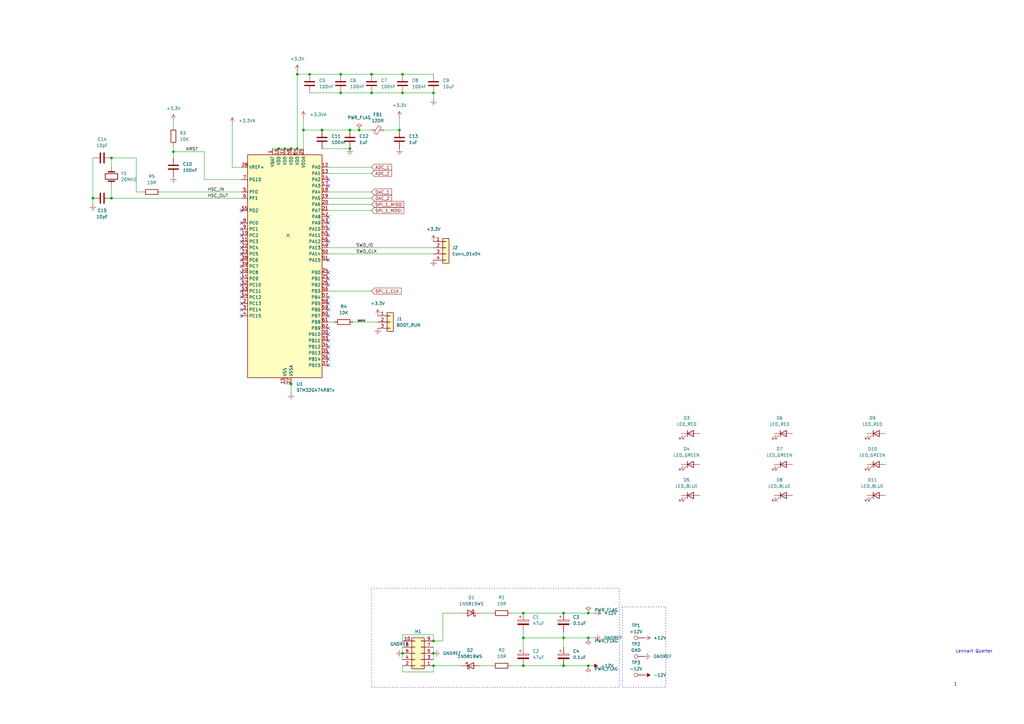
<source format=kicad_sch>
(kicad_sch (version 20231120) (generator "eeschema") (generator_version "8.0")
  (paper "A3")
  (lib_symbols
    (symbol "Connector:TestPoint" (pin_numbers hide) (pin_names (offset 0.762) hide)
      (property "Reference" "TP" (at 0 6.858 0))
      (property "Value" "TestPoint" (at 0 5.08 0))
      (symbol "TestPoint_0_1"
        (circle (center 0 3.302) (radius 0.762))
      )
      (symbol "TestPoint_1_1"
        (pin passive line (at 0 0 90) (length 2.54) (name "1") (number "1"))
      )
    )
    (symbol "Connector_Generic:Conn_01x03" (pin_names (offset 1.016) hide)
      (property "Reference" "J" (at 0 5.08 0))
      (property "Value" "Conn_01x03" (at 0 -5.08 0))
      (symbol "Conn_01x03_1_1"
        (rectangle (start -1.27 -2.413) (end 0 -2.667) (stroke (width 0.1524)))
        (rectangle (start -1.27 0.127) (end 0 -0.127) (stroke (width 0.1524)))
        (rectangle (start -1.27 2.667) (end 0 2.413) (stroke (width 0.1524)))
        (rectangle (start -1.27 3.81) (end 1.27 -3.81) (stroke (width 0.254)) (fill (type background)))
        (pin passive line (at -5.08 2.54 0) (length 3.81) (name "Pin_1") (number "1"))
        (pin passive line (at -5.08 0 0) (length 3.81) (name "Pin_2") (number "2"))
        (pin passive line (at -5.08 -2.54 0) (length 3.81) (name "Pin_3") (number "3"))
      )
    )
    (symbol "Connector_Generic:Conn_01x04" (pin_names (offset 1.016) hide)
      (property "Reference" "J" (at 0 5.08 0))
      (property "Value" "Conn_01x04" (at 0 -7.62 0))
      (symbol "Conn_01x04_1_1"
        (rectangle (start -1.27 -4.953) (end 0 -5.207) (stroke (width 0.1524)))
        (rectangle (start -1.27 -2.413) (end 0 -2.667) (stroke (width 0.1524)))
        (rectangle (start -1.27 0.127) (end 0 -0.127) (stroke (width 0.1524)))
        (rectangle (start -1.27 2.667) (end 0 2.413) (stroke (width 0.1524)))
        (rectangle (start -1.27 3.81) (end 1.27 -6.35) (stroke (width 0.254)) (fill (type background)))
        (pin passive line (at -5.08 2.54 0) (length 3.81) (name "Pin_1") (number "1"))
        (pin passive line (at -5.08 0 0) (length 3.81) (name "Pin_2") (number "2"))
        (pin passive line (at -5.08 -2.54 0) (length 3.81) (name "Pin_3") (number "3"))
        (pin passive line (at -5.08 -5.08 0) (length 3.81) (name "Pin_4") (number "4"))
      )
    )
    (symbol "Device:C" (pin_numbers hide) (pin_names (offset 0.254))
      (property "Reference" "C" (at 0.635 2.54 0))
      (property "Value" "C" (at 0.635 -2.54 0))
      (symbol "C_0_1"
        (polyline (pts (xy -2.032 -0.762) (xy 2.032 -0.762)) (stroke (width 0.508)))
        (polyline (pts (xy -2.032 0.762) (xy 2.032 0.762)) (stroke (width 0.508)))
      )
      (symbol "C_1_1"
        (pin passive line (at 0 3.81 270) (length 2.794) (name "~") (number "1"))
        (pin passive line (at 0 -3.81 90) (length 2.794) (name "~") (number "2"))
      )
    )
    (symbol "Device:C_Polarized" (pin_numbers hide) (pin_names (offset 0.254))
      (property "Reference" "C" (at 0.635 2.54 0))
      (property "Value" "C_Polarized" (at 0.635 -2.54 0))
      (symbol "C_Polarized_0_1"
        (rectangle (start -2.286 0.508) (end 2.286 1.016))
        (polyline (pts (xy -1.778 2.286) (xy -0.762 2.286)))
        (polyline (pts (xy -1.27 2.794) (xy -1.27 1.778)))
        (rectangle (start 2.286 -0.508) (end -2.286 -1.016) (fill (type outline)))
      )
      (symbol "C_Polarized_1_1"
        (pin passive line (at 0 3.81 270) (length 2.794) (name "~") (number "1"))
        (pin passive line (at 0 -3.81 90) (length 2.794) (name "~") (number "2"))
      )
    )
    (symbol "Device:Crystal" (pin_numbers hide) (pin_names (offset 1.016) hide)
      (property "Reference" "Y" (at 0 3.81 0))
      (property "Value" "Crystal" (at 0 -3.81 0))
      (symbol "Crystal_0_1"
        (rectangle (start -1.143 2.54) (end 1.143 -2.54) (stroke (width 0.3048)))
        (polyline (pts (xy -2.54 0) (xy -1.905 0)))
        (polyline (pts (xy -1.905 -1.27) (xy -1.905 1.27)) (stroke (width 0.508)))
        (polyline (pts (xy 1.905 -1.27) (xy 1.905 1.27)) (stroke (width 0.508)))
        (polyline (pts (xy 2.54 0) (xy 1.905 0)))
      )
      (symbol "Crystal_1_1"
        (pin passive line (at -3.81 0 0) (length 1.27) (name "1") (number "1"))
        (pin passive line (at 3.81 0 180) (length 1.27) (name "2") (number "2"))
      )
    )
    (symbol "Device:FerriteBead_Small" (pin_numbers hide) (pin_names (offset 0))
      (property "Reference" "FB" (at 1.905 1.27 0))
      (property "Value" "FerriteBead_Small" (at 1.905 -1.27 0))
      (symbol "FerriteBead_Small_0_1"
        (polyline (pts (xy 0 -1.27) (xy 0 -0.7874)))
        (polyline (pts (xy 0 0.889) (xy 0 1.2954)))
        (polyline (pts (xy -1.8288 0.2794) (xy -1.1176 1.4986) (xy 1.8288 -0.2032) (xy 1.1176 -1.4224) (xy -1.8288 0.2794)))
      )
      (symbol "FerriteBead_Small_1_1"
        (pin passive line (at 0 2.54 270) (length 1.27) (name "~") (number "1"))
        (pin passive line (at 0 -2.54 90) (length 1.27) (name "~") (number "2"))
      )
    )
    (symbol "Device:LED" (pin_numbers hide) (pin_names (offset 1.016) hide)
      (property "Reference" "D" (at 0 2.54 0))
      (property "Value" "LED" (at 0 -2.54 0))
      (symbol "LED_0_1"
        (polyline (pts (xy -1.27 -1.27) (xy -1.27 1.27)) (stroke (width 0.254)))
        (polyline (pts (xy -1.27 0) (xy 1.27 0)))
        (polyline (pts (xy 1.27 -1.27) (xy 1.27 1.27) (xy -1.27 0) (xy 1.27 -1.27)) (stroke (width 0.254)))
        (polyline (pts (xy -3.048 -0.762) (xy -4.572 -2.286) (xy -3.81 -2.286) (xy -4.572 -2.286) (xy -4.572 -1.524)))
        (polyline (pts (xy -1.778 -0.762) (xy -3.302 -2.286) (xy -2.54 -2.286) (xy -3.302 -2.286) (xy -3.302 -1.524)))
      )
      (symbol "LED_1_1"
        (pin passive line (at -3.81 0 0) (length 2.54) (name "K") (number "1"))
        (pin passive line (at 3.81 0 180) (length 2.54) (name "A") (number "2"))
      )
    )
    (symbol "Device:R" (pin_numbers hide) (pin_names (offset 0))
      (property "Reference" "R" (at 2.032 0 90))
      (property "Value" "R" (at 0 0 90))
      (symbol "R_0_1"
        (rectangle (start -1.016 -2.54) (end 1.016 2.54) (stroke (width 0.254)))
      )
      (symbol "R_1_1"
        (pin passive line (at 0 3.81 270) (length 1.27) (name "~") (number "1"))
        (pin passive line (at 0 -3.81 90) (length 1.27) (name "~") (number "2"))
      )
    )
    (symbol "Diode:1N5819WS" (pin_numbers hide) (pin_names (offset 1.016) hide)
      (property "Reference" "D" (at 0 2.54 0))
      (property "Value" "1N5819WS" (at 0 -2.54 0))
      (symbol "1N5819WS_0_1"
        (polyline (pts (xy 1.27 0) (xy -1.27 0)))
        (polyline (pts (xy 1.27 1.27) (xy 1.27 -1.27) (xy -1.27 0) (xy 1.27 1.27)) (stroke (width 0.254)))
        (polyline (pts (xy -1.905 0.635) (xy -1.905 1.27) (xy -1.27 1.27) (xy -1.27 -1.27) (xy -0.635 -1.27) (xy -0.635 -0.635)) (stroke (width 0.254)))
      )
      (symbol "1N5819WS_1_1"
        (pin passive line (at -3.81 0 0) (length 2.54) (name "K") (number "1"))
        (pin passive line (at 3.81 0 180) (length 2.54) (name "A") (number "2"))
      )
    )
    (symbol "MCU_ST_STM32G4:STM32G474RBTx"
      (property "Reference" "U" (at -15.24 46.99 0))
      (property "Value" "STM32G474RBTx" (at 10.16 46.99 0))
      (symbol "STM32G474RBTx_0_1"
        (rectangle (start -15.24 -45.72) (end 15.24 45.72) (stroke (width 0.254)) (fill (type background)))
      )
      (symbol "STM32G474RBTx_1_1"
        (pin power_in line (at -5.08 48.26 270) (length 2.54) (name "VBAT") (number "1"))
        (pin bidirectional line (at -17.78 12.7 0) (length 2.54) (name "PC2") (number "10"))
        (pin bidirectional line (at -17.78 10.16 0) (length 2.54) (name "PC3") (number "11"))
        (pin bidirectional line (at 17.78 40.64 180) (length 2.54) (name "PA0") (number "12"))
        (pin bidirectional line (at 17.78 38.1 180) (length 2.54) (name "PA1") (number "13"))
        (pin bidirectional line (at 17.78 35.56 180) (length 2.54) (name "PA2") (number "14"))
        (pin power_in line (at 0 -48.26 90) (length 2.54) (name "VSS") (number "15"))
        (pin power_in line (at -2.54 48.26 270) (length 2.54) (name "VDD") (number "16"))
        (pin bidirectional line (at 17.78 33.02 180) (length 2.54) (name "PA3") (number "17"))
        (pin bidirectional line (at 17.78 30.48 180) (length 2.54) (name "PA4") (number "18"))
        (pin bidirectional line (at 17.78 27.94 180) (length 2.54) (name "PA5") (number "19"))
        (pin bidirectional line (at -17.78 -15.24 0) (length 2.54) (name "PC13") (number "2"))
        (pin bidirectional line (at 17.78 25.4 180) (length 2.54) (name "PA6") (number "20"))
        (pin bidirectional line (at 17.78 22.86 180) (length 2.54) (name "PA7") (number "21"))
        (pin bidirectional line (at -17.78 7.62 0) (length 2.54) (name "PC4") (number "22"))
        (pin bidirectional line (at -17.78 5.08 0) (length 2.54) (name "PC5") (number "23"))
        (pin bidirectional line (at 17.78 -2.54 180) (length 2.54) (name "PB0") (number "24"))
        (pin bidirectional line (at 17.78 -5.08 180) (length 2.54) (name "PB1") (number "25"))
        (pin bidirectional line (at 17.78 -7.62 180) (length 2.54) (name "PB2") (number "26"))
        (pin power_in line (at 2.54 -48.26 90) (length 2.54) (name "VSSA") (number "27"))
        (pin input line (at -17.78 40.64 0) (length 2.54) (name "VREF+") (number "28"))
        (pin power_in line (at 7.62 48.26 270) (length 2.54) (name "VDDA") (number "29"))
        (pin bidirectional line (at -17.78 -17.78 0) (length 2.54) (name "PC14") (number "3"))
        (pin bidirectional line (at 17.78 -27.94 180) (length 2.54) (name "PB10") (number "30"))
        (pin passive line (at 0 -48.26 90) (length 2.54) hide (name "VSS") (number "31"))
        (pin power_in line (at 0 48.26 270) (length 2.54) (name "VDD") (number "32"))
        (pin bidirectional line (at 17.78 -30.48 180) (length 2.54) (name "PB11") (number "33"))
        (pin bidirectional line (at 17.78 -33.02 180) (length 2.54) (name "PB12") (number "34"))
        (pin bidirectional line (at 17.78 -35.56 180) (length 2.54) (name "PB13") (number "35"))
        (pin bidirectional line (at 17.78 -38.1 180) (length 2.54) (name "PB14") (number "36"))
        (pin bidirectional line (at 17.78 -40.64 180) (length 2.54) (name "PB15") (number "37"))
        (pin bidirectional line (at -17.78 2.54 0) (length 2.54) (name "PC6") (number "38"))
        (pin bidirectional line (at -17.78 0 0) (length 2.54) (name "PC7") (number "39"))
        (pin bidirectional line (at -17.78 -20.32 0) (length 2.54) (name "PC15") (number "4"))
        (pin bidirectional line (at -17.78 -2.54 0) (length 2.54) (name "PC8") (number "40"))
        (pin bidirectional line (at -17.78 -5.08 0) (length 2.54) (name "PC9") (number "41"))
        (pin bidirectional line (at 17.78 20.32 180) (length 2.54) (name "PA8") (number "42"))
        (pin bidirectional line (at 17.78 17.78 180) (length 2.54) (name "PA9") (number "43"))
        (pin bidirectional line (at 17.78 15.24 180) (length 2.54) (name "PA10") (number "44"))
        (pin bidirectional line (at 17.78 12.7 180) (length 2.54) (name "PA11") (number "45"))
        (pin bidirectional line (at 17.78 10.16 180) (length 2.54) (name "PA12") (number "46"))
        (pin passive line (at 0 -48.26 90) (length 2.54) hide (name "VSS") (number "47"))
        (pin power_in line (at 2.54 48.26 270) (length 2.54) (name "VDD") (number "48"))
        (pin bidirectional line (at 17.78 7.62 180) (length 2.54) (name "PA13") (number "49"))
        (pin bidirectional line (at -17.78 30.48 0) (length 2.54) (name "PF0") (number "5"))
        (pin bidirectional line (at 17.78 5.08 180) (length 2.54) (name "PA14") (number "50"))
        (pin bidirectional line (at 17.78 2.54 180) (length 2.54) (name "PA15") (number "51"))
        (pin bidirectional line (at -17.78 -7.62 0) (length 2.54) (name "PC10") (number "52"))
        (pin bidirectional line (at -17.78 -10.16 0) (length 2.54) (name "PC11") (number "53"))
        (pin bidirectional line (at -17.78 -12.7 0) (length 2.54) (name "PC12") (number "54"))
        (pin bidirectional line (at -17.78 22.86 0) (length 2.54) (name "PD2") (number "55"))
        (pin bidirectional line (at 17.78 -10.16 180) (length 2.54) (name "PB3") (number "56"))
        (pin bidirectional line (at 17.78 -12.7 180) (length 2.54) (name "PB4") (number "57"))
        (pin bidirectional line (at 17.78 -15.24 180) (length 2.54) (name "PB5") (number "58"))
        (pin bidirectional line (at 17.78 -17.78 180) (length 2.54) (name "PB6") (number "59"))
        (pin bidirectional line (at -17.78 27.94 0) (length 2.54) (name "PF1") (number "6"))
        (pin bidirectional line (at 17.78 -20.32 180) (length 2.54) (name "PB7") (number "60"))
        (pin bidirectional line (at 17.78 -22.86 180) (length 2.54) (name "PB8") (number "61"))
        (pin bidirectional line (at 17.78 -25.4 180) (length 2.54) (name "PB9") (number "62"))
        (pin passive line (at 0 -48.26 90) (length 2.54) hide (name "VSS") (number "63"))
        (pin power_in line (at 5.08 48.26 270) (length 2.54) (name "VDD") (number "64"))
        (pin bidirectional line (at -17.78 35.56 0) (length 2.54) (name "PG10") (number "7"))
        (pin bidirectional line (at -17.78 17.78 0) (length 2.54) (name "PC0") (number "8"))
        (pin bidirectional line (at -17.78 15.24 0) (length 2.54) (name "PC1") (number "9"))
      )
    )
    (symbol "power:+12V" (power) (pin_numbers hide) (pin_names (offset 0) hide)
      (property "Value" "+12V" (at 0 3.556 0))
      (symbol "+12V_0_1"
        (polyline (pts (xy -0.762 1.27) (xy 0 2.54)))
        (polyline (pts (xy 0 0) (xy 0 2.54)))
        (polyline (pts (xy 0 2.54) (xy 0.762 1.27)))
      )
      (symbol "+12V_1_1"
        (pin power_in line (at 0 0 90) (length 0) (name "~") (number "1"))
      )
    )
    (symbol "power:+3.3V" (power) (pin_numbers hide) (pin_names (offset 0) hide)
      (property "Value" "+3.3V" (at 0 3.556 0))
      (symbol "+3.3V_0_1"
        (polyline (pts (xy -0.762 1.27) (xy 0 2.54)))
        (polyline (pts (xy 0 0) (xy 0 2.54)))
        (polyline (pts (xy 0 2.54) (xy 0.762 1.27)))
      )
      (symbol "+3.3V_1_1"
        (pin power_in line (at 0 0 90) (length 0) (name "~") (number "1"))
      )
    )
    (symbol "power:-12V" (power) (pin_numbers hide) (pin_names (offset 0) hide)
      (property "Value" "-12V" (at 0 3.556 0))
      (symbol "-12V_0_0"
        (pin power_in line (at 0 0 90) (length 0) (name "~") (number "1"))
      )
      (symbol "-12V_0_1"
        (polyline (pts (xy 0 0) (xy 0 1.27) (xy 0.762 1.27) (xy 0 2.54) (xy -0.762 1.27) (xy 0 1.27)) (fill (type outline)))
      )
    )
    (symbol "power:GNDREF" (power) (pin_numbers hide) (pin_names (offset 0) hide)
      (property "Value" "GNDREF" (at 0 -3.81 0))
      (symbol "GNDREF_0_1"
        (polyline (pts (xy -0.635 -1.905) (xy 0.635 -1.905)))
        (polyline (pts (xy -0.127 -2.54) (xy 0.127 -2.54)))
        (polyline (pts (xy 0 -1.27) (xy 0 0)))
        (polyline (pts (xy 1.27 -1.27) (xy -1.27 -1.27)))
      )
      (symbol "GNDREF_1_1"
        (pin power_in line (at 0 0 270) (length 0) (name "~") (number "1"))
      )
    )
    (symbol "power:PWR_FLAG" (power) (pin_numbers hide) (pin_names (offset 0) hide)
      (property "Value" "PWR_FLAG" (at 0 3.81 0))
      (symbol "PWR_FLAG_0_0"
        (pin power_out line (at 0 0 90) (length 0) (name "~") (number "1"))
      )
      (symbol "PWR_FLAG_0_1"
        (polyline (pts (xy 0 0) (xy 0 1.27) (xy -1.016 1.905) (xy 0 2.54) (xy 1.016 1.905) (xy 0 1.27)))
      )
    )
    (symbol "synth:Conn_02x05_EuroRack_Power" (pin_names (offset 1.016) hide)
      (property "Reference" "H13" (at 0 -11.43 0))
      (property "Value" "Conn_02x05_PWR_Eurorack" (at 0 -8.89 0))
      (symbol "Conn_02x05_EuroRack_Power_1_1"
        (rectangle (start -2.54 -4.953) (end -1.27 -5.207) (stroke (width 0.1524)))
        (rectangle (start -2.54 -2.413) (end -1.27 -2.667) (stroke (width 0.1524)))
        (rectangle (start -2.54 0.127) (end -1.27 -0.127) (stroke (width 0.1524)))
        (rectangle (start -2.54 2.667) (end -1.27 2.413) (stroke (width 0.1524)))
        (rectangle (start -2.54 5.207) (end -1.27 4.953) (stroke (width 0.1524)))
        (rectangle (start -2.54 6.35) (end 2.54 -6.35) (stroke (width 0.254)) (fill (type background)))
        (rectangle (start 2.54 -4.953) (end 1.27 -5.207) (stroke (width 0.1524)))
        (rectangle (start 2.54 -2.413) (end 1.27 -2.667) (stroke (width 0.1524)))
        (rectangle (start 2.54 0.127) (end 1.27 -0.127) (stroke (width 0.1524)))
        (rectangle (start 2.54 2.667) (end 1.27 2.413) (stroke (width 0.1524)))
        (rectangle (start 2.54 5.207) (end 1.27 4.953) (stroke (width 0.1524)))
        (pin passive line (at -6.35 5.08 0) (length 3.81) (name "Pin_1") (number "1"))
        (pin passive line (at 6.35 -5.08 180) (length 3.81) (name "Pin_10") (number "10"))
        (pin passive line (at 6.35 5.08 180) (length 3.81) (name "Pin_2") (number "2"))
        (pin passive line (at -6.35 2.54 0) (length 3.81) (name "Pin_3") (number "3"))
        (pin passive line (at 6.35 2.54 180) (length 3.81) (name "Pin_4") (number "4"))
        (pin passive line (at -6.35 0 0) (length 3.81) (name "Pin_5") (number "5"))
        (pin passive line (at 6.35 0 180) (length 3.81) (name "Pin_6") (number "6"))
        (pin passive line (at -6.35 -2.54 0) (length 3.81) (name "Pin_7") (number "7"))
        (pin passive line (at 6.35 -2.54 180) (length 3.81) (name "Pin_8") (number "8"))
        (pin passive line (at -6.35 -5.08 0) (length 3.81) (name "Pin_9") (number "9"))
      )
    )
  )
  (junction (at 119.38 157.48))
  (junction (at 124.46 53.34))
  (junction (at 121.92 30.48))
  (junction (at 127 30.48))
  (junction (at 214.63 261.62))
  (junction (at 241.3 273.05))
  (junction (at 231.14 261.62))
  (junction (at 165.1 267.97))
  (junction (at 241.3 251.46))
  (junction (at 231.14 251.46))
  (junction (at 45.72 64.77))
  (junction (at 163.83 53.34))
  (junction (at 147.32 53.34))
  (junction (at 165.1 30.48))
  (junction (at 177.8 262.89))
  (junction (at 38.1 81.28))
  (junction (at 152.4 38.1))
  (junction (at 165.1 38.1))
  (junction (at 132.08 53.34))
  (junction (at 119.38 60.96))
  (junction (at 214.63 251.46))
  (junction (at 177.8 267.97))
  (junction (at 139.7 38.1))
  (junction (at 121.92 60.96))
  (junction (at 143.51 53.34))
  (junction (at 114.3 60.96))
  (junction (at 152.4 30.48))
  (junction (at 177.8 273.05))
  (junction (at 214.63 273.05))
  (junction (at 177.8 38.1))
  (junction (at 116.84 60.96))
  (junction (at 241.3 261.62))
  (junction (at 143.51 60.96))
  (junction (at 45.72 81.28))
  (junction (at 231.14 273.05))
  (junction (at 139.7 30.48))
  (junction (at 71.12 62.23))
  (no_connect (at 134.62 121.92))
  (no_connect (at 134.62 96.52))
  (no_connect (at 134.62 99.06))
  (no_connect (at 134.62 127))
  (no_connect (at 134.62 116.84))
  (no_connect (at 99.06 106.68))
  (no_connect (at 99.06 111.76))
  (no_connect (at 134.62 124.46))
  (no_connect (at 99.06 93.98))
  (no_connect (at 134.62 144.78))
  (no_connect (at 134.62 147.32))
  (no_connect (at 134.62 129.54))
  (no_connect (at 134.62 114.3))
  (no_connect (at 134.62 76.2))
  (no_connect (at 99.06 101.6))
  (no_connect (at 134.62 142.24))
  (no_connect (at 134.62 111.76))
  (no_connect (at 99.06 96.52))
  (no_connect (at 99.06 127))
  (no_connect (at 118.11 96.52))
  (no_connect (at 99.06 91.44))
  (no_connect (at 99.06 99.06))
  (no_connect (at 134.62 91.44))
  (no_connect (at 134.62 106.68))
  (no_connect (at 99.06 114.3))
  (no_connect (at 134.62 149.86))
  (no_connect (at 99.06 121.92))
  (no_connect (at 99.06 116.84))
  (no_connect (at 99.06 119.38))
  (no_connect (at 99.06 104.14))
  (no_connect (at 134.62 73.66))
  (no_connect (at 134.62 88.9))
  (no_connect (at 99.06 129.54))
  (no_connect (at 134.62 93.98))
  (no_connect (at 99.06 86.36))
  (no_connect (at 99.06 124.46))
  (no_connect (at 134.62 137.16))
  (no_connect (at 134.62 134.62))
  (no_connect (at 99.06 109.22))
  (no_connect (at 134.62 139.7))
  (wire (pts (xy 38.1 81.28) (xy 38.1 83.82)))
  (wire (pts (xy 116.84 157.48) (xy 119.38 157.48)))
  (wire (pts (xy 177.8 275.59) (xy 177.8 273.05)))
  (wire (pts (xy 132.08 60.96) (xy 143.51 60.96)))
  (wire (pts (xy 71.12 62.23) (xy 71.12 64.77)))
  (wire (pts (xy 163.83 48.26) (xy 163.83 53.34)))
  (wire (pts (xy 152.4 119.38) (xy 134.62 119.38)))
  (wire (pts (xy 124.46 53.34) (xy 132.08 53.34)))
  (wire (pts (xy 119.38 161.29) (xy 119.38 157.48)))
  (wire (pts (xy 181.61 251.46) (xy 189.23 251.46)))
  (wire (pts (xy 165.1 38.1) (xy 177.8 38.1)))
  (wire (pts (xy 95.25 50.8) (xy 95.25 68.58)))
  (wire (pts (xy 157.48 53.34) (xy 163.83 53.34)))
  (wire (pts (xy 124.46 53.34) (xy 124.46 60.96)))
  (wire (pts (xy 55.88 64.77) (xy 55.88 78.74)))
  (wire (pts (xy 45.72 64.77) (xy 55.88 64.77)))
  (wire (pts (xy 95.25 68.58) (xy 99.06 68.58)))
  (wire (pts (xy 165.1 30.48) (xy 177.8 30.48)))
  (wire (pts (xy 177.8 260.35) (xy 165.1 260.35)))
  (wire (pts (xy 132.08 53.34) (xy 143.51 53.34)))
  (wire (pts (xy 177.8 262.89) (xy 177.8 260.35)))
  (wire (pts (xy 177.8 265.43) (xy 177.8 267.97)))
  (wire (pts (xy 71.12 59.69) (xy 71.12 62.23)))
  (wire (pts (xy 139.7 38.1) (xy 152.4 38.1)))
  (wire (pts (xy 152.4 30.48) (xy 165.1 30.48)))
  (wire (pts (xy 45.72 81.28) (xy 99.06 81.28)))
  (wire (pts (xy 121.92 29.21) (xy 121.92 30.48)))
  (wire (pts (xy 154.94 132.08) (xy 144.78 132.08)))
  (wire (pts (xy 116.84 60.96) (xy 119.38 60.96)))
  (wire (pts (xy 231.14 273.05) (xy 241.3 273.05)))
  (wire (pts (xy 231.14 261.62) (xy 241.3 261.62)))
  (wire (pts (xy 152.4 38.1) (xy 165.1 38.1)))
  (wire (pts (xy 165.1 273.05) (xy 165.1 275.59)))
  (wire (pts (xy 127 38.1) (xy 139.7 38.1)))
  (wire (pts (xy 196.85 273.05) (xy 201.93 273.05)))
  (wire (pts (xy 177.8 267.97) (xy 177.8 270.51)))
  (wire (pts (xy 143.51 53.34) (xy 147.32 53.34)))
  (wire (pts (xy 214.63 259.08) (xy 214.63 261.62)))
  (wire (pts (xy 241.3 273.05) (xy 242.57 273.05)))
  (wire (pts (xy 134.62 81.28) (xy 152.4 81.28)))
  (wire (pts (xy 127 30.48) (xy 139.7 30.48)))
  (wire (pts (xy 111.76 60.96) (xy 114.3 60.96)))
  (wire (pts (xy 214.63 251.46) (xy 231.14 251.46)))
  (wire (pts (xy 165.1 265.43) (xy 165.1 267.97)))
  (wire (pts (xy 119.38 60.96) (xy 121.92 60.96)))
  (wire (pts (xy 241.3 261.62) (xy 243.84 261.62)))
  (wire (pts (xy 55.88 78.74) (xy 58.42 78.74)))
  (wire (pts (xy 134.62 83.82) (xy 152.4 83.82)))
  (wire (pts (xy 71.12 49.53) (xy 71.12 52.07)))
  (wire (pts (xy 66.04 78.74) (xy 99.06 78.74)))
  (wire (pts (xy 114.3 60.96) (xy 116.84 60.96)))
  (wire (pts (xy 83.82 73.66) (xy 99.06 73.66)))
  (wire (pts (xy 181.61 251.46) (xy 181.61 262.89)))
  (wire (pts (xy 134.62 68.58) (xy 152.4 68.58)))
  (wire (pts (xy 231.14 251.46) (xy 241.3 251.46)))
  (wire (pts (xy 121.92 30.48) (xy 121.92 60.96)))
  (wire (pts (xy 196.85 251.46) (xy 201.93 251.46)))
  (wire (pts (xy 214.63 261.62) (xy 214.63 265.43)))
  (wire (pts (xy 177.8 273.05) (xy 189.23 273.05)))
  (wire (pts (xy 137.16 132.08) (xy 134.62 132.08)))
  (wire (pts (xy 134.62 104.14) (xy 177.8 104.14)))
  (wire (pts (xy 209.55 273.05) (xy 214.63 273.05)))
  (wire (pts (xy 209.55 251.46) (xy 214.63 251.46)))
  (wire (pts (xy 45.72 68.58) (xy 45.72 64.77)))
  (wire (pts (xy 214.63 273.05) (xy 231.14 273.05)))
  (wire (pts (xy 134.62 101.6) (xy 177.8 101.6)))
  (wire (pts (xy 83.82 62.23) (xy 71.12 62.23)))
  (wire (pts (xy 241.3 251.46) (xy 243.84 251.46)))
  (wire (pts (xy 165.1 267.97) (xy 165.1 270.51)))
  (wire (pts (xy 165.1 275.59) (xy 177.8 275.59)))
  (wire (pts (xy 134.62 71.12) (xy 152.4 71.12)))
  (wire (pts (xy 214.63 261.62) (xy 231.14 261.62)))
  (wire (pts (xy 83.82 62.23) (xy 83.82 73.66)))
  (wire (pts (xy 231.14 261.62) (xy 231.14 265.43)))
  (wire (pts (xy 181.61 262.89) (xy 177.8 262.89)))
  (wire (pts (xy 121.92 30.48) (xy 127 30.48)))
  (wire (pts (xy 231.14 259.08) (xy 231.14 261.62)))
  (wire (pts (xy 45.72 76.2) (xy 45.72 81.28)))
  (wire (pts (xy 124.46 53.34) (xy 124.46 48.26)))
  (wire (pts (xy 38.1 64.77) (xy 38.1 81.28)))
  (wire (pts (xy 177.8 40.64) (xy 177.8 38.1)))
  (wire (pts (xy 134.62 86.36) (xy 152.4 86.36)))
  (wire (pts (xy 165.1 260.35) (xy 165.1 262.89)))
  (wire (pts (xy 152.4 78.74) (xy 134.62 78.74)))
  (wire (pts (xy 139.7 30.48) (xy 152.4 30.48)))
  (wire (pts (xy 147.32 53.34) (xy 152.4 53.34)))
  (rectangle (start 255.27 248.92) (end 273.05 281.94) (stroke (width 0.254) (type dot)))
  (rectangle (start 152.4 241.3) (end 254 281.94) (stroke (width 0.25) (type dot)))
  (text "Lennart Querter" (at 399.542 267.208 0) (effects (font (size 1.27 1.27))))
  (text "1" (at 391.922 280.67 0) (effects (font (size 1.27 1.27))))
  (label "HSC_OUT" (at 85.09 81.28 0))
  (label "NRST" (at 76.2 62.23 0))
  (label "BOOT0" (at 149.86 132.08 180) (effects (font (size 0.635 0.635))))
  (label "SWD_IO" (at 146.05 101.6 0))
  (label "SWD_CLK" (at 146.05 104.14 0))
  (label "HSC_IN" (at 85.09 78.74 0))
  (global_label "SPI_1_MOSI" (shape input) (at 152.4 86.36 0) (property "Intersheetrefs" "${INTERSHEET_REFS}" (effects (hide yes))))
  (global_label "SPI_1_CLK" (shape input) (at 152.4 119.38 0) (property "Intersheetrefs" "${INTERSHEET_REFS}" (effects (hide yes))))
  (global_label "ADC_1" (shape input) (at 152.4 68.58 0) (property "Intersheetrefs" "${INTERSHEET_REFS}" (effects (hide yes))))
  (global_label "DAC_1" (shape input) (at 152.4 78.74 0) (property "Intersheetrefs" "${INTERSHEET_REFS}" (effects (hide yes))))
  (global_label "SPI_1_MISO" (shape input) (at 152.4 83.82 0) (property "Intersheetrefs" "${INTERSHEET_REFS}" (effects (hide yes))))
  (global_label "ADC_2" (shape input) (at 152.4 71.12 0) (property "Intersheetrefs" "${INTERSHEET_REFS}" (effects (hide yes))))
  (global_label "DAC_2" (shape input) (at 152.4 81.28 0) (property "Intersheetrefs" "${INTERSHEET_REFS}" (effects (hide yes))))
  (symbol (lib_id "Device:C") (at 139.7 34.29 180) (unit 1)
    (property "Reference" "C6" (at 143.51 33.0199 0) (effects (justify right)))
    (property "Value" "100nF" (at 143.51 35.5599 0) (effects (justify right)))
    (property "Footprint" "Capacitor_SMD:C_0805_2012Metric_Pad1.18x1.45mm_HandSolder" (effects (hide yes)))
    (property "Description" "Unpolarized capacitor" (effects (hide yes)))
  )
  (symbol (lib_id "power:GNDREF") (at 143.51 60.96 0) (unit 1)
    (property "Reference" "#PWR012" (effects (hide yes)))
    (property "Value" "GNDREF" (effects (hide yes)))
    (property "Description" "Power symbol creates a global label with name \"GNDREF\" , reference supply ground" (effects (hide yes)))
  )
  (symbol (lib_id "MCU_ST_STM32G4:STM32G474RBTx") (at 116.84 109.22 0) (unit 1)
    (property "Reference" "U1" (at 121.5741 157.48 0) (effects (justify left)))
    (property "Value" "STM32G474RBTx" (at 121.5741 160.02 0) (effects (justify left)))
    (property "Footprint" "Package_QFP:LQFP-64_10x10mm_P0.5mm" (effects (hide yes)))
    (property "Datasheet" "https://www.st.com/resource/en/datasheet/stm32g474rb.pdf" (effects (hide yes)))
    (property "Description" "STMicroelectronics Arm Cortex-M4 MCU, 128KB flash, 128KB RAM, 170 MHz, 1.71-3.6V, 52 GPIO, LQFP64" (effects (hide yes)))
  )
  (symbol (lib_id "power:-12V") (at 242.57 273.05 270) (unit 1)
    (property "Reference" "#PWR09" (effects (hide yes)))
    (property "Value" "-12V" (at 246.38 273.0499 90) (effects (justify left)))
    (property "Description" "Power symbol creates a global label with name \"-12V\"" (effects (hide yes)))
  )
  (symbol (lib_id "Device:C") (at 127 34.29 180) (unit 1)
    (property "Reference" "C5" (at 130.81 33.0199 0) (effects (justify right)))
    (property "Value" "100nF" (at 130.81 35.5599 0) (effects (justify right)))
    (property "Footprint" "Capacitor_SMD:C_0805_2012Metric_Pad1.18x1.45mm_HandSolder" (effects (hide yes)))
    (property "Description" "Unpolarized capacitor" (effects (hide yes)))
  )
  (symbol (lib_id "Device:Crystal") (at 45.72 72.39 270) (unit 1)
    (property "Reference" "Y1" (at 49.53 71.1199 90) (effects (justify left)))
    (property "Value" "20MHZ" (at 49.53 73.6599 90) (effects (justify left)))
    (property "Footprint" "Crystal:Crystal_SMD_HC49-SD_HandSoldering" (effects (hide yes)))
    (property "Description" "Two pin crystal" (effects (hide yes)))
  )
  (symbol (lib_id "Connector_Generic:Conn_01x04") (at 182.88 101.6 0) (unit 1)
    (property "Reference" "J2" (at 185.42 101.5999 0) (effects (justify left)))
    (property "Value" "Conn_01x04" (at 185.42 104.1399 0) (effects (justify left)))
    (property "Footprint" "Connector_PinHeader_2.54mm:PinHeader_1x04_P2.54mm_Vertical" (effects (hide yes)))
    (property "Description" "Generic connector, single row, 01x04, script generated (kicad-library-utils/schlib/autogen/connector/)" (effects (hide yes)))
  )
  (symbol (lib_id "Device:C") (at 177.8 34.29 180) (unit 1)
    (property "Reference" "C9" (at 181.61 33.0199 0) (effects (justify right)))
    (property "Value" "10uF" (at 181.61 35.5599 0) (effects (justify right)))
    (property "Footprint" "Capacitor_SMD:C_0805_2012Metric_Pad1.18x1.45mm_HandSolder" (effects (hide yes)))
    (property "Description" "Unpolarized capacitor" (effects (hide yes)))
  )
  (symbol (lib_id "Diode:1N5819WS") (at 193.04 273.05 0) (unit 1)
    (property "Reference" "D2" (at 192.7225 266.7 0))
    (property "Value" "1N5819WS" (at 192.7225 269.24 0))
    (property "Footprint" "Diode_SMD:D_SOD-323" (effects (hide yes)))
    (property "Datasheet" "https://datasheet.lcsc.com/lcsc/2204281430_Guangdong-Hottech-1N5819WS_C191023.pdf" (effects (hide yes)))
    (property "Description" "40V 600mV@1A 1A SOD-323 Schottky Barrier Diodes, SOD-323" (effects (hide yes)))
  )
  (symbol (lib_id "power:+3.3V") (at 177.8 99.06 0) (unit 1)
    (property "Reference" "#PWR017" (effects (hide yes)))
    (property "Value" "+3.3V" (at 177.8 93.98 0))
    (property "Description" "Power symbol creates a global label with name \"+3.3V\"" (effects (hide yes)))
  )
  (symbol (lib_id "Device:FerriteBead_Small") (at 154.94 53.34 90) (unit 1)
    (property "Reference" "FB1" (at 154.9019 46.99 90))
    (property "Value" "120R" (at 154.9019 49.53 90))
    (property "Footprint" "Inductor_SMD:L_0805_2012Metric_Pad1.05x1.20mm_HandSolder" (effects (hide yes)))
    (property "Description" "Ferrite bead, small symbol" (effects (hide yes)))
  )
  (symbol (lib_id "Device:R") (at 205.74 273.05 90) (unit 1)
    (property "Reference" "R2" (at 205.74 266.7 90))
    (property "Value" "10R" (at 205.74 269.24 90))
    (property "Footprint" "Resistor_SMD:R_0805_2012Metric_Pad1.20x1.40mm_HandSolder" (effects (hide yes)))
    (property "Description" "Resistor" (effects (hide yes)))
  )
  (symbol (lib_id "power:+3.3V") (at 154.94 129.54 0) (unit 1)
    (property "Reference" "#PWR014" (effects (hide yes)))
    (property "Value" "+3.3V" (at 154.94 124.46 0))
    (property "Description" "Power symbol creates a global label with name \"+3.3V\"" (effects (hide yes)))
  )
  (symbol (lib_id "power:GNDREF") (at 177.8 106.68 0) (unit 1)
    (property "Reference" "#PWR018" (effects (hide yes)))
    (property "Value" "GNDREF" (effects (hide yes)))
    (property "Description" "Power symbol creates a global label with name \"GNDREF\" , reference supply ground" (effects (hide yes)))
  )
  (symbol (lib_id "power:PWR_FLAG") (at 241.3 251.46 0) (unit 1) (exclude_from_sim yes) (in_bom no)
    (property "Reference" "#FLG01" (effects (hide yes)))
    (property "Value" "PWR_FLAG" (at 243.84 250.1899 0) (effects (justify left)))
    (property "Description" "Special symbol for telling ERC where power comes from" (effects (hide yes)))
  )
  (symbol (lib_id "power:GNDREF") (at 177.8 40.64 0) (unit 1)
    (property "Reference" "#PWR03" (effects (hide yes)))
    (property "Value" "GNDREF" (effects (hide yes)))
    (property "Description" "Power symbol creates a global label with name \"GNDREF\" , reference supply ground" (effects (hide yes)))
  )
  (symbol (lib_id "Diode:1N5819WS") (at 193.04 251.46 180) (unit 1)
    (property "Reference" "D1" (at 193.3575 245.11 0))
    (property "Value" "1N5819WS" (at 193.3575 247.65 0))
    (property "Footprint" "Diode_SMD:D_SOD-323" (effects (hide yes)))
    (property "Datasheet" "https://datasheet.lcsc.com/lcsc/2204281430_Guangdong-Hottech-1N5819WS_C191023.pdf" (effects (hide yes)))
    (property "Description" "40V 600mV@1A 1A SOD-323 Schottky Barrier Diodes, SOD-323" (effects (hide yes)))
  )
  (symbol (lib_id "Device:C") (at 152.4 34.29 180) (unit 1)
    (property "Reference" "C7" (at 156.21 33.0199 0) (effects (justify right)))
    (property "Value" "100nF" (at 156.21 35.5599 0) (effects (justify right)))
    (property "Footprint" "Capacitor_SMD:C_0805_2012Metric_Pad1.18x1.45mm_HandSolder" (effects (hide yes)))
    (property "Description" "Unpolarized capacitor" (effects (hide yes)))
  )
  (symbol (lib_id "Device:C_Polarized") (at 231.14 269.24 0) (unit 1)
    (property "Reference" "C4" (at 234.95 267.0809 0) (effects (justify left)))
    (property "Value" "0.1uF" (at 234.95 269.6209 0) (effects (justify left)))
    (property "Footprint" "Capacitor_THT:CP_Radial_D4.0mm_P2.00mm" (effects (hide yes)))
    (property "Description" "Polarized capacitor" (effects (hide yes)))
  )
  (symbol (lib_id "Device:C") (at 41.91 81.28 270) (unit 1)
    (property "Reference" "C15" (at 41.91 86.36 90))
    (property "Value" "10pF" (at 41.91 88.9 90))
    (property "Footprint" "Capacitor_SMD:C_0805_2012Metric_Pad1.18x1.45mm_HandSolder" (effects (hide yes)))
    (property "Description" "Unpolarized capacitor" (effects (hide yes)))
  )
  (symbol (lib_id "power:+3.3V") (at 71.12 49.53 0) (unit 1)
    (property "Reference" "#PWR02" (effects (hide yes)))
    (property "Value" "+3.3V" (at 71.12 44.45 0))
    (property "Description" "Power symbol creates a global label with name \"+3.3V\"" (effects (hide yes)))
  )
  (symbol (lib_id "Connector:TestPoint") (at 264.16 261.62 90) (unit 1) (in_bom no)
    (property "Reference" "TP1" (at 260.858 256.54 90))
    (property "Value" "+12V" (at 260.858 259.08 90))
    (property "Footprint" "Connector_Pin:Pin_D1.0mm_L10.0mm" (effects (hide yes)))
    (property "Description" "test point" (effects (hide yes)))
  )
  (symbol (lib_id "Device:LED") (at 283.21 190.5 0) (unit 1)
    (property "Reference" "D4" (at 281.6225 184.15 0))
    (property "Value" "LED_GREEN" (at 281.6225 186.69 0))
    (property "Footprint" "LED_SMD:LED_0805_2012Metric_Pad1.15x1.40mm_HandSolder" (effects (hide yes)))
    (property "Description" "Light emitting diode" (effects (hide yes)))
  )
  (symbol (lib_id "power:PWR_FLAG") (at 241.3 261.62 180) (unit 1) (exclude_from_sim yes) (in_bom no)
    (property "Reference" "#FLG02" (effects (hide yes)))
    (property "Value" "PWR_FLAG" (at 243.84 262.8899 0) (effects (justify right)))
    (property "Description" "Special symbol for telling ERC where power comes from" (effects (hide yes)))
  )
  (symbol (lib_id "Device:R") (at 140.97 132.08 270) (unit 1)
    (property "Reference" "R4" (at 140.97 125.73 90))
    (property "Value" "10K" (at 140.97 128.27 90))
    (property "Footprint" "Resistor_SMD:R_0805_2012Metric_Pad1.20x1.40mm_HandSolder" (effects (hide yes)))
    (property "Description" "Resistor" (effects (hide yes)))
  )
  (symbol (lib_id "Device:C_Polarized") (at 214.63 269.24 0) (unit 1)
    (property "Reference" "C2" (at 218.44 267.0809 0) (effects (justify left)))
    (property "Value" "47uF" (at 218.44 269.6209 0) (effects (justify left)))
    (property "Footprint" "Capacitor_THT:CP_Radial_D6.3mm_P2.50mm" (effects (hide yes)))
    (property "Description" "Polarized capacitor" (effects (hide yes)))
  )
  (symbol (lib_id "power:GNDREF") (at 243.84 261.62 90) (unit 1)
    (property "Reference" "#PWR011" (effects (hide yes)))
    (property "Value" "GNDREF" (at 247.65 261.6199 90) (effects (justify right)))
    (property "Description" "Power symbol creates a global label with name \"GNDREF\" , reference supply ground" (effects (hide yes)))
  )
  (symbol (lib_id "Device:C") (at 41.91 64.77 270) (unit 1)
    (property "Reference" "C14" (at 41.91 57.15 90))
    (property "Value" "10pF" (at 41.91 59.69 90))
    (property "Footprint" "Capacitor_SMD:C_0805_2012Metric_Pad1.18x1.45mm_HandSolder" (effects (hide yes)))
    (property "Description" "Unpolarized capacitor" (effects (hide yes)))
  )
  (symbol (lib_id "power:PWR_FLAG") (at 147.32 53.34 0) (unit 1)
    (property "Reference" "#FLG04" (effects (hide yes)))
    (property "Value" "PWR_FLAG" (at 147.32 48.26 0))
    (property "Description" "Special symbol for telling ERC where power comes from" (effects (hide yes)))
  )
  (symbol (lib_id "power:GNDREF") (at 38.1 83.82 0) (unit 1)
    (property "Reference" "#PWR016" (effects (hide yes)))
    (property "Value" "GNDREF" (effects (hide yes)))
    (property "Description" "Power symbol creates a global label with name \"GNDREF\" , reference supply ground" (effects (hide yes)))
  )
  (symbol (lib_id "synth:Conn_02x05_EuroRack_Power") (at 171.45 267.97 180) (unit 1)
    (property "Reference" "H1" (at 171.45 259.08 0))
    (property "Value" "Conn_02x05_PWR_Eurorack" (effects (hide yes)))
    (property "Footprint" "Synth:IDC-Header_2x05_P2.54mm_Vertical" (effects (hide yes)))
  )
  (symbol (lib_id "Device:C") (at 163.83 57.15 180) (unit 1)
    (property "Reference" "C13" (at 167.64 55.8799 0) (effects (justify right)))
    (property "Value" "1uF" (at 167.64 58.4199 0) (effects (justify right)))
    (property "Footprint" "Capacitor_SMD:C_0805_2012Metric_Pad1.18x1.45mm_HandSolder" (effects (hide yes)))
    (property "Description" "Unpolarized capacitor" (effects (hide yes)))
  )
  (symbol (lib_id "Device:LED") (at 359.41 177.8 0) (unit 1)
    (property "Reference" "D9" (at 357.8225 171.45 0))
    (property "Value" "LED_RED" (at 357.8225 173.99 0))
    (property "Footprint" "LED_SMD:LED_0805_2012Metric_Pad1.15x1.40mm_HandSolder" (effects (hide yes)))
    (property "Description" "Light emitting diode" (effects (hide yes)))
  )
  (symbol (lib_id "power:+3.3V") (at 121.92 29.21 0) (unit 1)
    (property "Reference" "#PWR01" (effects (hide yes)))
    (property "Value" "+3.3V" (at 121.92 24.13 0))
    (property "Description" "Power symbol creates a global label with name \"+3.3V\"" (effects (hide yes)))
  )
  (symbol (lib_id "power:GNDREF") (at 154.94 134.62 0) (unit 1)
    (property "Reference" "#PWR015" (effects (hide yes)))
    (property "Value" "GNDREF" (effects (hide yes)))
    (property "Description" "Power symbol creates a global label with name \"GNDREF\" , reference supply ground" (effects (hide yes)))
  )
  (symbol (lib_id "Device:C_Polarized") (at 214.63 255.27 0) (unit 1)
    (property "Reference" "C1" (at 218.44 253.1109 0) (effects (justify left)))
    (property "Value" "47uF" (at 218.44 255.6509 0) (effects (justify left)))
    (property "Footprint" "Capacitor_THT:CP_Radial_D6.3mm_P2.50mm" (effects (hide yes)))
    (property "Description" "Polarized capacitor" (effects (hide yes)))
  )
  (symbol (lib_id "power:GNDREF") (at 177.8 267.97 90) (unit 1)
    (property "Reference" "#PWR08" (effects (hide yes)))
    (property "Value" "GNDREF" (at 181.61 267.9699 90) (effects (justify right)))
    (property "Description" "Power symbol creates a global label with name \"GNDREF\" , reference supply ground" (effects (hide yes)))
  )
  (symbol (lib_id "Device:C") (at 143.51 57.15 180) (unit 1)
    (property "Reference" "C12" (at 147.32 55.8799 0) (effects (justify right)))
    (property "Value" "1uF" (at 147.32 58.4199 0) (effects (justify right)))
    (property "Footprint" "Capacitor_SMD:C_0805_2012Metric_Pad1.18x1.45mm_HandSolder" (effects (hide yes)))
    (property "Description" "Unpolarized capacitor" (effects (hide yes)))
  )
  (symbol (lib_id "Device:LED") (at 359.41 203.2 0) (unit 1)
    (property "Reference" "D11" (at 357.8225 196.85 0))
    (property "Value" "LED_BLUE" (at 357.8225 199.39 0))
    (property "Footprint" "LED_SMD:LED_0805_2012Metric_Pad1.15x1.40mm_HandSolder" (effects (hide yes)))
    (property "Description" "Light emitting diode" (effects (hide yes)))
  )
  (symbol (lib_id "Device:LED") (at 321.31 190.5 0) (unit 1)
    (property "Reference" "D7" (at 319.7225 184.15 0))
    (property "Value" "LED_GREEN" (at 319.7225 186.69 0))
    (property "Footprint" "LED_SMD:LED_0805_2012Metric_Pad1.15x1.40mm_HandSolder" (effects (hide yes)))
    (property "Description" "Light emitting diode" (effects (hide yes)))
  )
  (symbol (lib_id "power:GNDREF") (at 264.16 269.24 90) (unit 1)
    (property "Reference" "#PWR024" (effects (hide yes)))
    (property "Value" "GNDREF" (at 267.97 269.2399 90) (effects (justify right)))
    (property "Description" "Power symbol creates a global label with name \"GNDREF\" , reference supply ground" (effects (hide yes)))
  )
  (symbol (lib_id "power:GNDREF") (at 71.12 72.39 0) (unit 1)
    (property "Reference" "#PWR06" (effects (hide yes)))
    (property "Value" "GNDREF" (effects (hide yes)))
    (property "Description" "Power symbol creates a global label with name \"GNDREF\" , reference supply ground" (effects (hide yes)))
  )
  (symbol (lib_id "Device:C_Polarized") (at 231.14 255.27 0) (unit 1)
    (property "Reference" "C3" (at 234.95 253.1109 0) (effects (justify left)))
    (property "Value" "0.1uF" (at 234.95 255.6509 0) (effects (justify left)))
    (property "Footprint" "Capacitor_THT:CP_Radial_D4.0mm_P2.00mm" (effects (hide yes)))
    (property "Description" "Polarized capacitor" (effects (hide yes)))
  )
  (symbol (lib_id "power:GNDREF") (at 165.1 267.97 270) (unit 1)
    (property "Reference" "#PWR07" (effects (hide yes)))
    (property "Value" "GNDREF" (at 163.83 264.16 90))
    (property "Description" "Power symbol creates a global label with name \"GNDREF\" , reference supply ground" (effects (hide yes)))
  )
  (symbol (lib_id "Device:R") (at 71.12 55.88 180) (unit 1)
    (property "Reference" "R3" (at 73.66 54.6099 0) (effects (justify right)))
    (property "Value" "10K" (at 73.66 57.1499 0) (effects (justify right)))
    (property "Footprint" "Resistor_SMD:R_0805_2012Metric_Pad1.20x1.40mm_HandSolder" (effects (hide yes)))
    (property "Description" "Resistor" (effects (hide yes)))
  )
  (symbol (lib_id "Connector_Generic:Conn_01x03") (at 160.02 132.08 0) (unit 1)
    (property "Reference" "J1" (at 162.56 130.8099 0) (effects (justify left)))
    (property "Value" "BOOT_RUN" (at 162.56 133.3499 0) (effects (justify left)))
    (property "Footprint" "Connector_PinHeader_2.54mm:PinHeader_1x03_P2.54mm_Vertical" (effects (hide yes)))
    (property "Description" "Generic connector, single row, 01x03, script generated (kicad-library-utils/schlib/autogen/connector/)" (effects (hide yes)))
  )
  (symbol (lib_id "Connector:TestPoint") (at 264.16 276.86 90) (unit 1) (in_bom no)
    (property "Reference" "TP3" (at 260.858 271.78 90))
    (property "Value" "-12V" (at 260.858 274.32 90))
    (property "Footprint" "Connector_Pin:Pin_D1.0mm_L10.0mm" (effects (hide yes)))
    (property "Description" "test point" (effects (hide yes)))
  )
  (symbol (lib_id "power:-12V") (at 264.16 276.86 270) (unit 1)
    (property "Reference" "#PWR025" (effects (hide yes)))
    (property "Value" "-12V" (at 267.97 276.8599 90) (effects (justify left)))
    (property "Description" "Power symbol creates a global label with name \"-12V\"" (effects (hide yes)))
  )
  (symbol (lib_id "Device:LED") (at 283.21 203.2 0) (unit 1)
    (property "Reference" "D5" (at 281.6225 196.85 0))
    (property "Value" "LED_BLUE" (at 281.6225 199.39 0))
    (property "Footprint" "LED_SMD:LED_0805_2012Metric_Pad1.15x1.40mm_HandSolder" (effects (hide yes)))
    (property "Description" "Light emitting diode" (effects (hide yes)))
  )
  (symbol (lib_id "Device:LED") (at 359.41 190.5 0) (unit 1)
    (property "Reference" "D10" (at 357.8225 184.15 0))
    (property "Value" "LED_GREEN" (at 357.8225 186.69 0))
    (property "Footprint" "LED_SMD:LED_0805_2012Metric_Pad1.15x1.40mm_HandSolder" (effects (hide yes)))
    (property "Description" "Light emitting diode" (effects (hide yes)))
  )
  (symbol (lib_id "power:+3.3V") (at 95.25 50.8 0) (unit 1)
    (property "Reference" "#PWR021" (effects (hide yes)))
    (property "Value" "+3.3VA" (at 97.79 49.5299 0) (effects (justify left)))
    (property "Description" "Power symbol creates a global label with name \"+3.3V\"" (effects (hide yes)))
  )
  (symbol (lib_id "Device:LED") (at 321.31 177.8 0) (unit 1)
    (property "Reference" "D6" (at 319.7225 171.45 0))
    (property "Value" "LED_RED" (at 319.7225 173.99 0))
    (property "Footprint" "LED_SMD:LED_0805_2012Metric_Pad1.15x1.40mm_HandSolder" (effects (hide yes)))
    (property "Description" "Light emitting diode" (effects (hide yes)))
  )
  (symbol (lib_id "power:GNDREF") (at 119.38 161.29 0) (unit 1)
    (property "Reference" "#PWR020" (effects (hide yes)))
    (property "Value" "GNDREF" (effects (hide yes)))
    (property "Description" "Power symbol creates a global label with name \"GNDREF\" , reference supply ground" (effects (hide yes)))
  )
  (symbol (lib_id "Device:C") (at 71.12 68.58 0) (unit 1)
    (property "Reference" "C10" (at 74.93 67.3099 0) (effects (justify left)))
    (property "Value" "100nF" (at 74.93 69.8499 0) (effects (justify left)))
    (property "Footprint" "Capacitor_SMD:C_0805_2012Metric_Pad1.18x1.45mm_HandSolder" (effects (hide yes)))
    (property "Description" "Unpolarized capacitor" (effects (hide yes)))
  )
  (symbol (lib_id "power:+12V") (at 264.16 261.62 270) (unit 1)
    (property "Reference" "#PWR023" (effects (hide yes)))
    (property "Value" "+12V" (at 267.97 261.6199 90) (effects (justify left)))
    (property "Description" "Power symbol creates a global label with name \"+12V\"" (effects (hide yes)))
  )
  (symbol (lib_id "Device:C") (at 132.08 57.15 180) (unit 1)
    (property "Reference" "C11" (at 135.89 55.8799 0) (effects (justify right)))
    (property "Value" "100nF" (at 135.89 58.4199 0) (effects (justify right)))
    (property "Footprint" "Capacitor_SMD:C_0805_2012Metric_Pad1.18x1.45mm_HandSolder" (effects (hide yes)))
    (property "Description" "Unpolarized capacitor" (effects (hide yes)))
  )
  (symbol (lib_id "Device:C") (at 165.1 34.29 180) (unit 1)
    (property "Reference" "C8" (at 168.91 33.0199 0) (effects (justify right)))
    (property "Value" "100nF" (at 168.91 35.5599 0) (effects (justify right)))
    (property "Footprint" "Capacitor_SMD:C_0805_2012Metric_Pad1.18x1.45mm_HandSolder" (effects (hide yes)))
    (property "Description" "Unpolarized capacitor" (effects (hide yes)))
  )
  (symbol (lib_id "power:+12V") (at 243.84 251.46 270) (unit 1)
    (property "Reference" "#PWR010" (effects (hide yes)))
    (property "Value" "+12V" (at 247.65 251.4599 90) (effects (justify left)))
    (property "Description" "Power symbol creates a global label with name \"+12V\"" (effects (hide yes)))
  )
  (symbol (lib_id "power:+3.3V") (at 163.83 48.26 0) (unit 1)
    (property "Reference" "#PWR05" (effects (hide yes)))
    (property "Value" "+3.3V" (at 163.83 43.18 0))
    (property "Description" "Power symbol creates a global label with name \"+3.3V\"" (effects (hide yes)))
  )
  (symbol (lib_id "power:+3.3V") (at 124.46 48.26 0) (unit 1)
    (property "Reference" "#PWR04" (effects (hide yes)))
    (property "Value" "+3.3VA" (at 127 46.9899 0) (effects (justify left)))
    (property "Description" "Power symbol creates a global label with name \"+3.3V\"" (effects (hide yes)))
  )
  (symbol (lib_id "Device:R") (at 62.23 78.74 90) (unit 1)
    (property "Reference" "R5" (at 62.23 72.39 90))
    (property "Value" "10R" (at 62.23 74.93 90))
    (property "Footprint" "Resistor_SMD:R_0805_2012Metric_Pad1.20x1.40mm_HandSolder" (effects (hide yes)))
    (property "Description" "Resistor" (effects (hide yes)))
  )
  (symbol (lib_id "Device:R") (at 205.74 251.46 90) (unit 1)
    (property "Reference" "R1" (at 205.74 245.11 90))
    (property "Value" "10R" (at 205.74 247.65 90))
    (property "Footprint" "Resistor_SMD:R_0805_2012Metric_Pad1.20x1.40mm_HandSolder" (effects (hide yes)))
    (property "Description" "Resistor" (effects (hide yes)))
  )
  (symbol (lib_id "Connector:TestPoint") (at 264.16 269.24 90) (unit 1) (in_bom no)
    (property "Reference" "TP2" (at 260.858 264.16 90))
    (property "Value" "GND" (at 260.858 266.7 90))
    (property "Footprint" "Connector_Pin:Pin_D1.0mm_L10.0mm" (effects (hide yes)))
    (property "Description" "test point" (effects (hide yes)))
  )
  (symbol (lib_id "power:PWR_FLAG") (at 241.3 273.05 180) (unit 1) (exclude_from_sim yes) (in_bom no)
    (property "Reference" "#FLG03" (effects (hide yes)))
    (property "Value" "PWR_FLAG" (at 243.84 274.3199 0) (effects (justify right)))
    (property "Description" "Special symbol for telling ERC where power comes from" (effects (hide yes)))
  )
  (symbol (lib_id "Device:LED") (at 321.31 203.2 0) (unit 1)
    (property "Reference" "D8" (at 319.7225 196.85 0))
    (property "Value" "LED_BLUE" (at 319.7225 199.39 0))
    (property "Footprint" "LED_SMD:LED_0805_2012Metric_Pad1.15x1.40mm_HandSolder" (effects (hide yes)))
    (property "Description" "Light emitting diode" (effects (hide yes)))
  )
  (symbol (lib_id "Device:LED") (at 283.21 177.8 0) (unit 1)
    (property "Reference" "D3" (at 281.6225 171.45 0))
    (property "Value" "LED_RED" (at 281.6225 173.99 0))
    (property "Footprint" "LED_SMD:LED_0805_2012Metric_Pad1.15x1.40mm_HandSolder" (effects (hide yes)))
    (property "Description" "Light emitting diode" (effects (hide yes)))
  )
  (symbol (lib_id "power:GNDREF") (at 163.83 60.96 0) (unit 1)
    (property "Reference" "#PWR013" (effects (hide yes)))
    (property "Value" "GNDREF" (effects (hide yes)))
    (property "Description" "Power symbol creates a global label with name \"GNDREF\" , reference supply ground" (effects (hide yes)))
  )
)
</source>
